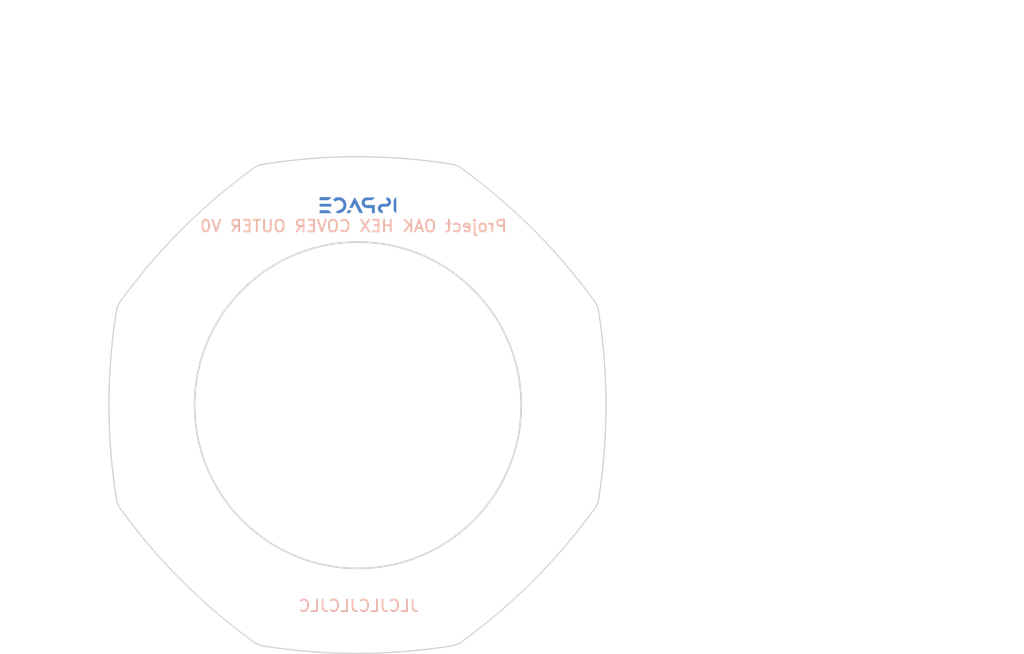
<source format=kicad_pcb>
(kicad_pcb (version 20171130) (host pcbnew "(5.1.6)-1")
  (title_block (title "Project OAK HEX COVER OUTER V0") (date 2025-07-05) (rev A) (company iSPACE))
  (layers (0 F.Cu signal) (31 B.Cu signal) (34 B.Paste user hide) (35 F.Paste user hide) (36 B.SilkS user) (37 F.SilkS user) (38 B.Mask user) (39 F.Mask user) (44 Edge.Cuts user))
  (net 0 "")
  (module LOGO (layer F.Cu) (at 70.4596 93.472)
    (fp_text reference G*** hide)
    (fp_text value LOGO hide)
  )
  (module MountingHole:MountingHole_2.1mm (layer F.Cu) (at 87.63 86.36)
    (fp_text reference REF** hide)
    (fp_text value MountingHole_2.1mm hide)
    (pad "" np_thru_hole circle (at 0 0) (size 2.1 2.1) (drill 2.1) (layers *.Cu *.Mask))
  )
  (module MountingHole:MountingHole_2.1mm (layer F.Cu) (at 87.63 100.584)
    (fp_text reference REF** hide)
    (fp_text value MountingHole_2.1mm hide)
    (pad "" np_thru_hole circle (at 0 0) (size 2.1 2.1) (drill 2.1) (layers *.Cu *.Mask))
  )
  (module MountingHole:MountingHole_2.1mm (layer F.Cu) (at 77.5716 110.6424)
    (fp_text reference REF** hide)
    (fp_text value MountingHole_2.1mm hide)
    (pad "" np_thru_hole circle (at 0 0) (size 2.1 2.1) (drill 2.1) (layers *.Cu *.Mask))
  )
  (module MountingHole:MountingHole_2.1mm (layer F.Cu) (at 63.3476 110.6424)
    (fp_text reference REF** hide)
    (fp_text value MountingHole_2.1mm hide)
    (pad "" np_thru_hole circle (at 0 0) (size 2.1 2.1) (drill 2.1) (layers *.Cu *.Mask))
  )
  (module MountingHole:MountingHole_2.1mm (layer F.Cu) (at 53.2892 100.584)
    (fp_text reference REF** hide)
    (fp_text value MountingHole_2.1mm hide)
    (pad "" np_thru_hole circle (at 0 0) (size 2.1 2.1) (drill 2.1) (layers *.Cu *.Mask))
  )
  (module MountingHole:MountingHole_2.1mm (layer F.Cu) (at 53.2892 86.36)
    (fp_text reference REF** hide)
    (fp_text value MountingHole_2.1mm hide)
    (pad "" np_thru_hole circle (at 0 0) (size 2.1 2.1) (drill 2.1) (layers *.Cu *.Mask))
  )
  (module MountingHole:MountingHole_2.1mm (layer F.Cu) (at 63.3476 76.3016)
    (fp_text reference REF** hide)
    (fp_text value MountingHole_2.1mm hide)
    (pad "" np_thru_hole circle (at 0 0) (size 2.1 2.1) (drill 2.1) (layers *.Cu *.Mask))
  )
  (module MountingHole:MountingHole_2.1mm (layer F.Cu) (at 77.5716 76.3016)
    (fp_text reference REF** hide)
    (fp_text value MountingHole_2.1mm hide)
    (pad "" np_thru_hole circle (at 0 0) (size 2.1 2.1) (drill 2.1) (layers *.Cu *.Mask))
  )
  (module LOGO (layer F.Cu) (at 123.5456 93.98)
    (fp_text reference G*** hide)
    (fp_text value LOGO hide)
  )
  (module LOGO (layer F.Cu) (at 123.5456 93.98)
    (fp_text reference G*** hide)
    (fp_text value LOGO hide)
  )
  (module LOGO (layer F.Cu) (at 123.5456 93.98)
    (fp_text reference G*** hide)
    (fp_text value LOGO hide)
  )
  (module LOGO (layer B.Cu) (at 70.4596 76.3778 180)
    (fp_text reference G*** hide)
    (fp_text value LOGO hide)
  )
  (module LOGO (layer B.Cu) (at 70.4596 76.3778 180)
    (fp_text reference G*** hide)
    (fp_text value LOGO hide)
  )
  (module LOGO (layer B.Cu) (at 70.4596 76.3016 180)
    (fp_text reference G*** hide)
    (fp_text value LOGO hide)
  )
  (module LOGO (layer B.Cu) (at 70.4596 76.3778 180)
    (fp_text reference G*** hide)
    (fp_text value LOGO hide)
  )
  (module LOGO (layer B.Cu) (at 70.4596 76.3778 180)
    (fp_text reference G*** hide)
    (fp_text value LOGO hide)
  )
  (module LOGO (layer B.Cu) (at 70.4596 76.3016 180)
    (fp_text reference G*** hide)
    (fp_text value LOGO hide)
    (fp_poly (pts (xy 3.280833 0.423334) (xy 2.529417 0.424984) (xy 2.40742 0.535284) (xy 2.349687 0.589418) (xy 2.306789 0.633333) (xy 2.286411 0.659062) (xy 2.285712 0.661459) (xy 2.305987 0.665928) (xy 2.362745 0.669911) (xy 2.450135 0.67322) (xy 2.562307 0.675669) (xy 2.693412 0.677072) (xy 2.783417 0.677334) (xy 3.280833 0.677334) (xy 3.280833 0.423334)) (layer B.Cu) (width 0.01))
    (fp_poly (pts (xy 3.280833 -0.127) (xy 2.286 -0.127) (xy 2.286 0.105834) (xy 3.280833 0.105834) (xy 3.280833 -0.127)) (layer B.Cu) (width 0.01))
    (fp_poly (pts (xy 0.899227 -0.549629) (xy 0.928497 -0.609261) (xy 0.947847 -0.652264) (xy 0.9525 -0.666046) (xy 0.933212 -0.671857) (xy 0.882849 -0.675932) (xy 0.81828 -0.677333) (xy 0.684061 -0.677333) (xy 0.62778 -0.573927) (xy 0.596808 -0.514859) (xy 0.576367 -0.471729) (xy 0.5715 -0.45751) (xy 0.590807 -0.450876) (xy 0.641313 -0.446189) (xy 0.708727 -0.4445) (xy 0.845953 -0.4445) (xy 0.899227 -0.549629)) (layer B.Cu) (width 0.01))
    (fp_poly (pts (xy 0.281861 0.633073) (xy 0.312312 0.583928) (xy 0.355983 0.50723) (xy 0.409992 0.408121) (xy 0.471459 0.291744) (xy 0.513113 0.211101) (xy 0.740475 -0.232833) (xy 0.453934 -0.232833) (xy 0.271564 0.134887) (xy 0.066208 -0.265931) (xy -0.139148 -0.66675) (xy -0.427838 -0.67937) (xy -0.089283 -0.017681) (xy -0.010004 0.136438) (xy 0.063708 0.278145) (xy 0.129541 0.403123) (xy 0.185188 0.507054) (xy 0.228338 0.585619) (xy 0.256684 0.6345) (xy 0.267511 0.649521) (xy 0.281861 0.633073)) (layer B.Cu) (width 0.01))
    (fp_poly (pts (xy 3.280833 -0.6985) (xy 2.783417 -0.6985) (xy 2.617896 -0.697992) (xy 2.490734 -0.696327) (xy 2.397967 -0.693295) (xy 2.335632 -0.688685) (xy 2.299765 -0.682286) (xy 2.286401 -0.673887) (xy 2.286079 -0.672041) (xy 2.30158 -0.646808) (xy 2.342464 -0.604411) (xy 2.400426 -0.553322) (xy 2.410564 -0.545041) (xy 2.534971 -0.4445) (xy 3.280833 -0.4445) (xy 3.280833 -0.6985)) (layer B.Cu) (width 0.01))
    (fp_poly (pts (xy 1.745571 0.665007) (xy 1.813035 0.657643) (xy 1.868548 0.641462) (xy 1.927266 0.613264) (xy 1.941576 0.605432) (xy 2.008506 0.565021) (xy 2.064243 0.525573) (xy 2.088539 0.503998) (xy 2.106904 0.47969) (xy 2.107299 0.457236) (xy 2.085546 0.42629) (xy 2.037464 0.376504) (xy 1.948664 0.287704) (xy 1.900374 0.332942) (xy 1.808648 0.391714) (xy 1.698084 0.420836) (xy 1.581166 0.419137) (xy 1.470381 0.385443) (xy 1.450797 0.375181) (xy 1.347679 0.294588) (xy 1.27616 0.192206) (xy 1.237519 0.07579) (xy 1.233037 -0.046904) (xy 1.263994 -0.16812) (xy 1.33167 -0.280104) (xy 1.340851 -0.290888) (xy 1.406324 -0.350138) (xy 1.486121 -0.400961) (xy 1.564999 -0.434845) (xy 1.61512 -0.444035) (xy 1.651056 -0.455103) (xy 1.704523 -0.483157) (xy 1.76552 -0.52134) (xy 1.824043 -0.562798) (xy 1.870092 -0.600675) (xy 1.893663 -0.628113) (xy 1.894211 -0.635333) (xy 1.879919 -0.646728) (xy 1.847254 -0.657433) (xy 1.78863 -0.669266) (xy 1.696464 -0.684051) (xy 1.68275 -0.686116) (xy 1.636459 -0.686633) (xy 1.569906 -0.68045) (xy 1.542172 -0.676397) (xy 1.401283 -0.637579) (xy 1.276537 -0.567115) (xy 1.183074 -0.486193) (xy 1.087205 -0.366948) (xy 1.026693 -0.232912) (xy 0.999489 -0.078339) (xy 0.998513 0.03175) (xy 1.016423 0.182869) (xy 1.058926 0.308223) (xy 1.131001 0.419563) (xy 1.190335 0.484353) (xy 1.292335 0.571976) (xy 1.394768 0.628165) (xy 1.510588 0.658046) (xy 1.651 0.66675) (xy 1.745571 0.665007)) (layer B.Cu) (width 0.01))
    (fp_poly (pts (xy -0.916445 0.654957) (xy -0.794904 0.651561) (xy -0.696156 0.646328) (xy -0.627285 0.639607) (xy -0.599336 0.63374) (xy -0.510758 0.581269) (xy -0.43014 0.499195) (xy -0.368433 0.400144) (xy -0.346235 0.342013) (xy -0.324134 0.20512) (xy -0.342147 0.078179) (xy -0.401241 -0.044957) (xy -0.408668 -0.056153) (xy -0.46055 -0.124142) (xy -0.515534 -0.173981) (xy -0.581399 -0.20859) (xy -0.665926 -0.230891) (xy -0.776897 -0.243804) (xy -0.922091 -0.250249) (xy -0.926042 -0.250348) (xy -1.2065 -0.257279) (xy -1.2065 -0.6985) (xy -1.439333 -0.6985) (xy -1.439333 0) (xy -0.695244 0) (xy -0.633372 0.061872) (xy -0.58812 0.120779) (xy -0.572548 0.185754) (xy -0.572173 0.204747) (xy -0.581734 0.279257) (xy -0.614771 0.335758) (xy -0.676752 0.387264) (xy -0.70935 0.403746) (xy -0.755668 0.414541) (xy -0.824087 0.420666) (xy -0.922992 0.423139) (xy -0.973808 0.423334) (xy -1.21853 0.423334) (xy -1.3335 0.53975) (xy -1.448471 0.656167) (xy -1.053697 0.656167) (xy -0.916445 0.654957)) (layer B.Cu) (width 0.01))
    (fp_poly (pts (xy -2.461962 0.654316) (xy -2.442655 0.641816) (xy -2.435326 0.608244) (xy -2.434167 0.543181) (xy -2.434167 0.53975) (xy -2.436869 0.470074) (xy -2.446549 0.434077) (xy -2.465567 0.423357) (xy -2.466879 0.423334) (xy -2.512004 0.405685) (xy -2.558075 0.362427) (xy -2.592589 0.308086) (xy -2.6035 0.264584) (xy -2.588825 0.211807) (xy -2.553334 0.159609) (xy -2.551546 0.157788) (xy -2.526299 0.135165) (xy -2.4986 0.120248) (xy -2.459462 0.111418) (xy -2.399895 0.107058) (xy -2.310914 0.105547) (xy -2.260504 0.105369) (xy -2.115805 0.100891) (xy -2.004761 0.086305) (xy -1.919349 0.058925) (xy -1.851545 0.016065) (xy -1.793326 -0.044961) (xy -1.786968 -0.053153) (xy -1.737039 -0.150338) (xy -1.714993 -0.265518) (xy -1.721929 -0.383906) (xy -1.755012 -0.483262) (xy -1.823728 -0.575141) (xy -1.920097 -0.646479) (xy -2.030861 -0.68762) (xy -2.037292 -0.688849) (xy -2.116667 -0.703211) (xy -2.116209 -0.579147) (xy -2.114481 -0.508818) (xy -2.106177 -0.467954) (xy -2.085621 -0.443695) (xy -2.047461 -0.423333) (xy -1.982443 -0.375893) (xy -1.953808 -0.3151) (xy -1.963871 -0.248256) (xy -1.982182 -0.217419) (xy -2.012482 -0.183008) (xy -2.048573 -0.159009) (xy -2.098417 -0.143498) (xy -2.169972 -0.134552) (xy -2.271198 -0.130247) (xy -2.347641 -0.129109) (xy -2.452168 -0.126921) (xy -2.52563 -0.121432) (xy -2.579275 -0.110706) (xy -2.624349 -0.092802) (xy -2.654785 -0.076158) (xy -2.748851 0.001861) (xy -2.809438 0.105054) (xy -2.835387 0.231255) (xy -2.836333 0.263225) (xy -2.825736 0.376581) (xy -2.790067 0.466306) (xy -2.723508 0.54647) (xy -2.716515 0.553039) (xy -2.634002 0.617734) (xy -2.557461 0.649909) (xy -2.499058 0.656167) (xy -2.461962 0.654316)) (layer B.Cu) (width 0.01))
    (fp_poly (pts (xy -3.175 0.5715) (xy -3.070514 0.455084) (xy -3.071 -0.47625) (xy -3.175683 -0.592666) (xy -3.280366 -0.709083) (xy -3.279486 0.687917) (xy -3.175 0.5715)) (layer B.Cu) (width 0.01))
  )
  (module LOGO (layer B.Cu) (at 70.4596 76.3778 180)
    (fp_text reference G*** hide)
    (fp_text value LOGO hide)
  )
  (gr_circle (center 70.4596 93.472) (end 84.4596 93.472) (layer Edge.Cuts) (width 0.15))
  (gr_text JLCJLCJLCJLC (at 70.5231 110.6805) (layer B.SilkS) (effects (font (size 1 1)) (justify mirror)))
  (gr_text "Project OAK HEX COVER OUTER V0" (at 70.0786 78.105) (layer B.SilkS) (effects (font (size 1 1) (thickness 0.16)) (justify mirror)))
  (gr_line (start 70.406467 72.153422) (end 69.888943 72.156411) (layer Edge.Cuts) (width 0.1))
  (gr_line (start 69.888943 72.156411) (end 69.371472 72.164666) (layer Edge.Cuts) (width 0.1))
  (gr_line (start 69.371472 72.164666) (end 68.854053 72.178134) (layer Edge.Cuts) (width 0.1))
  (gr_line (start 68.854053 72.178134) (end 68.33674 72.196866) (layer Edge.Cuts) (width 0.1))
  (gr_line (start 68.33674 72.196866) (end 67.819586 72.220837) (layer Edge.Cuts) (width 0.1))
  (gr_line (start 67.819586 72.220837) (end 67.302644 72.250047) (layer Edge.Cuts) (width 0.1))
  (gr_line (start 67.302644 72.250047) (end 66.78594 72.284496) (layer Edge.Cuts) (width 0.1))
  (gr_line (start 66.78594 72.284496) (end 66.2695 72.324184) (layer Edge.Cuts) (width 0.1))
  (gr_line (start 66.2695 72.324184) (end 65.753405 72.36911) (layer Edge.Cuts) (width 0.1))
  (gr_line (start 65.753405 72.36911) (end 65.237653 72.419275) (layer Edge.Cuts) (width 0.1))
  (gr_line (start 65.237653 72.419275) (end 64.722325 72.474705) (layer Edge.Cuts) (width 0.1))
  (gr_line (start 64.722325 72.474705) (end 64.20742 72.535347) (layer Edge.Cuts) (width 0.1))
  (gr_line (start 64.20742 72.535347) (end 63.693044 72.601255) (layer Edge.Cuts) (width 0.1))
  (gr_line (start 63.693044 72.601255) (end 63.179171 72.672375) (layer Edge.Cuts) (width 0.1))
  (gr_line (start 63.179171 72.672375) (end 62.665906 72.74876) (layer Edge.Cuts) (width 0.1))
  (gr_line (start 62.665906 72.74876) (end 62.153224 72.830384) (layer Edge.Cuts) (width 0.1))
  (gr_line (start 62.153224 72.830384) (end 62.133089 72.831416) (layer Edge.Cuts) (width 0.1))
  (gr_line (start 62.133089 72.831416) (end 62.109832 72.839168) (layer Edge.Cuts) (width 0.1))
  (gr_line (start 62.109832 72.839168) (end 61.687637 73.014851) (layer Edge.Cuts) (width 0.1))
  (gr_line (start 61.687637 73.014851) (end 61.660227 73.032949) (layer Edge.Cuts) (width 0.1))
  (gr_line (start 61.660227 73.032949) (end 61.658163 73.03451) (layer Edge.Cuts) (width 0.1))
  (gr_line (start 61.658163 73.03451) (end 61.238031 73.340129) (layer Edge.Cuts) (width 0.1))
  (gr_line (start 61.238031 73.340129) (end 60.821154 73.64985) (layer Edge.Cuts) (width 0.1))
  (gr_line (start 60.821154 73.64985) (end 60.407611 73.963699) (layer Edge.Cuts) (width 0.1))
  (gr_line (start 60.407611 73.963699) (end 59.997375 74.281622) (layer Edge.Cuts) (width 0.1))
  (gr_line (start 59.997375 74.281622) (end 59.590526 74.603593) (layer Edge.Cuts) (width 0.1))
  (gr_line (start 59.590526 74.603593) (end 59.18709 74.929585) (layer Edge.Cuts) (width 0.1))
  (gr_line (start 59.18709 74.929585) (end 58.787067 75.259547) (layer Edge.Cuts) (width 0.1))
  (gr_line (start 58.787067 75.259547) (end 58.390483 75.593503) (layer Edge.Cuts) (width 0.1))
  (gr_line (start 58.390483 75.593503) (end 57.997419 75.931376) (layer Edge.Cuts) (width 0.1))
  (gr_line (start 57.997419 75.931376) (end 57.607847 76.273164) (layer Edge.Cuts) (width 0.1))
  (gr_line (start 57.607847 76.273164) (end 57.22182 76.618815) (layer Edge.Cuts) (width 0.1))
  (gr_line (start 57.22182 76.618815) (end 56.839366 76.96833) (layer Edge.Cuts) (width 0.1))
  (gr_line (start 56.839366 76.96833) (end 56.460509 77.321654) (layer Edge.Cuts) (width 0.1))
  (gr_line (start 56.460509 77.321654) (end 56.085277 77.678788) (layer Edge.Cuts) (width 0.1))
  (gr_line (start 56.085277 77.678788) (end 55.713697 78.039679) (layer Edge.Cuts) (width 0.1))
  (gr_line (start 55.713697 78.039679) (end 55.345821 78.404301) (layer Edge.Cuts) (width 0.1))
  (gr_line (start 55.345821 78.404301) (end 54.981649 78.772627) (layer Edge.Cuts) (width 0.1))
  (gr_line (start 54.981649 78.772627) (end 54.621234 79.144657) (layer Edge.Cuts) (width 0.1))
  (gr_line (start 54.621234 79.144657) (end 54.264576 79.520338) (layer Edge.Cuts) (width 0.1))
  (gr_line (start 54.264576 79.520338) (end 53.911728 79.899618) (layer Edge.Cuts) (width 0.1))
  (gr_line (start 53.911728 79.899618) (end 53.56269 80.282523) (layer Edge.Cuts) (width 0.1))
  (gr_line (start 53.56269 80.282523) (end 53.217542 80.668973) (layer Edge.Cuts) (width 0.1))
  (gr_line (start 53.217542 80.668973) (end 52.876256 81.058994) (layer Edge.Cuts) (width 0.1))
  (gr_line (start 52.876256 81.058994) (end 52.538886 81.452509) (layer Edge.Cuts) (width 0.1))
  (gr_line (start 52.538886 81.452509) (end 52.205485 81.849489) (layer Edge.Cuts) (width 0.1))
  (gr_line (start 52.205485 81.849489) (end 51.876053 82.249962) (layer Edge.Cuts) (width 0.1))
  (gr_line (start 51.876053 82.249962) (end 51.550611 82.653848) (layer Edge.Cuts) (width 0.1))
  (gr_line (start 51.550611 82.653848) (end 51.229206 83.06112) (layer Edge.Cuts) (width 0.1))
  (gr_line (start 51.229206 83.06112) (end 50.911862 83.47178) (layer Edge.Cuts) (width 0.1))
  (gr_line (start 50.911862 83.47178) (end 50.598607 83.885773) (layer Edge.Cuts) (width 0.1))
  (gr_line (start 50.598607 83.885773) (end 50.28947 84.3031) (layer Edge.Cuts) (width 0.1))
  (gr_line (start 50.28947 84.3031) (end 49.98448 84.723681) (layer Edge.Cuts) (width 0.1))
  (gr_line (start 49.98448 84.723681) (end 49.980864 84.729369) (layer Edge.Cuts) (width 0.1))
  (gr_line (start 49.980864 84.729369) (end 49.964843 84.755219) (layer Edge.Cuts) (width 0.1))
  (gr_line (start 49.964843 84.755219) (end 49.79121 85.176885) (layer Edge.Cuts) (width 0.1))
  (gr_line (start 49.79121 85.176885) (end 49.784493 85.210487) (layer Edge.Cuts) (width 0.1))
  (gr_line (start 49.784493 85.210487) (end 49.783458 85.214085) (layer Edge.Cuts) (width 0.1))
  (gr_line (start 49.783458 85.214085) (end 49.702467 85.727297) (layer Edge.Cuts) (width 0.1))
  (gr_line (start 49.702467 85.727297) (end 49.626722 86.241064) (layer Edge.Cuts) (width 0.1))
  (gr_line (start 49.626722 86.241064) (end 49.556226 86.755414) (layer Edge.Cuts) (width 0.1))
  (gr_line (start 49.556226 86.755414) (end 49.49098 87.270266) (layer Edge.Cuts) (width 0.1))
  (gr_line (start 49.49098 87.270266) (end 49.430981 87.78562) (layer Edge.Cuts) (width 0.1))
  (gr_line (start 49.430981 87.78562) (end 49.376233 88.301372) (layer Edge.Cuts) (width 0.1))
  (gr_line (start 49.376233 88.301372) (end 49.326731 88.817547) (layer Edge.Cuts) (width 0.1))
  (gr_line (start 49.326731 88.817547) (end 49.282479 89.334066) (layer Edge.Cuts) (width 0.1))
  (gr_line (start 49.282479 89.334066) (end 49.243476 89.850902) (layer Edge.Cuts) (width 0.1))
  (gr_line (start 49.243476 89.850902) (end 49.209723 90.36803) (layer Edge.Cuts) (width 0.1))
  (gr_line (start 49.209723 90.36803) (end 49.181218 90.885369) (layer Edge.Cuts) (width 0.1))
  (gr_line (start 49.181218 90.885369) (end 49.157963 91.40292) (layer Edge.Cuts) (width 0.1))
  (gr_line (start 49.157963 91.40292) (end 49.139957 91.920629) (layer Edge.Cuts) (width 0.1))
  (gr_line (start 49.139957 91.920629) (end 49.1272 92.438445) (layer Edge.Cuts) (width 0.1))
  (gr_line (start 49.1272 92.438445) (end 49.119694 92.95626) (layer Edge.Cuts) (width 0.1))
  (gr_line (start 49.119694 92.95626) (end 49.117436 93.474314) (layer Edge.Cuts) (width 0.1))
  (gr_line (start 49.117436 93.474314) (end 49.120429 93.992103) (layer Edge.Cuts) (width 0.1))
  (gr_line (start 49.120429 93.992103) (end 49.128671 94.510156) (layer Edge.Cuts) (width 0.1))
  (gr_line (start 49.128671 94.510156) (end 49.142163 95.027945) (layer Edge.Cuts) (width 0.1))
  (gr_line (start 49.142163 95.027945) (end 49.160905 95.545469) (layer Edge.Cuts) (width 0.1))
  (gr_line (start 49.160905 95.545469) (end 49.184897 96.062994) (layer Edge.Cuts) (width 0.1))
  (gr_line (start 49.184897 96.062994) (end 49.21414 96.580518) (layer Edge.Cuts) (width 0.1))
  (gr_line (start 49.21414 96.580518) (end 49.248632 97.097513) (layer Edge.Cuts) (width 0.1))
  (gr_line (start 49.248632 97.097513) (end 49.288375 97.614244) (layer Edge.Cuts) (width 0.1))
  (gr_line (start 49.288375 97.614244) (end 49.333369 98.13071) (layer Edge.Cuts) (width 0.1))
  (gr_line (start 49.333369 98.13071) (end 49.383612 98.646911) (layer Edge.Cuts) (width 0.1))
  (gr_line (start 49.383612 98.646911) (end 49.439109 99.162584) (layer Edge.Cuts) (width 0.1))
  (gr_line (start 49.439109 99.162584) (end 49.499854 99.677727) (layer Edge.Cuts) (width 0.1))
  (gr_line (start 49.499854 99.677727) (end 49.565849 100.192605) (layer Edge.Cuts) (width 0.1))
  (gr_line (start 49.565849 100.192605) (end 49.637096 100.70669) (layer Edge.Cuts) (width 0.1))
  (gr_line (start 49.637096 100.70669) (end 49.713595 101.22051) (layer Edge.Cuts) (width 0.1))
  (gr_line (start 49.713595 101.22051) (end 49.795343 101.733537) (layer Edge.Cuts) (width 0.1))
  (gr_line (start 49.795343 101.733537) (end 49.803095 101.768726) (layer Edge.Cuts) (width 0.1))
  (gr_line (start 49.803095 101.768726) (end 49.978794 102.188884) (layer Edge.Cuts) (width 0.1))
  (gr_line (start 49.978794 102.188884) (end 49.993265 102.21349) (layer Edge.Cuts) (width 0.1))
  (gr_line (start 49.993265 102.21349) (end 49.998432 102.221692) (layer Edge.Cuts) (width 0.1))
  (gr_line (start 49.998432 102.221692) (end 50.304041 102.64185) (layer Edge.Cuts) (width 0.1))
  (gr_line (start 50.304041 102.64185) (end 50.61378 103.058833) (layer Edge.Cuts) (width 0.1))
  (gr_line (start 50.61378 103.058833) (end 50.927626 103.472376) (layer Edge.Cuts) (width 0.1))
  (gr_line (start 50.927626 103.472376) (end 51.245546 103.88248) (layer Edge.Cuts) (width 0.1))
  (gr_line (start 51.245546 103.88248) (end 51.567512 104.289408) (layer Edge.Cuts) (width 0.1))
  (gr_line (start 51.567512 104.289408) (end 51.893489 104.692897) (layer Edge.Cuts) (width 0.1))
  (gr_line (start 51.893489 104.692897) (end 52.223477 105.092947) (layer Edge.Cuts) (width 0.1))
  (gr_line (start 52.223477 105.092947) (end 52.557407 105.489557) (layer Edge.Cuts) (width 0.1))
  (gr_line (start 52.557407 105.489557) (end 52.895306 105.882463) (layer Edge.Cuts) (width 0.1))
  (gr_line (start 52.895306 105.882463) (end 53.237068 106.272193) (layer Edge.Cuts) (width 0.1))
  (gr_line (start 53.237068 106.272193) (end 53.582746 106.65822) (layer Edge.Cuts) (width 0.1))
  (gr_line (start 53.582746 106.65822) (end 53.93226 107.040542) (layer Edge.Cuts) (width 0.1))
  (gr_line (start 53.93226 107.040542) (end 54.285584 107.419425) (layer Edge.Cuts) (width 0.1))
  (gr_line (start 54.285584 107.419425) (end 54.642718 107.794604) (layer Edge.Cuts) (width 0.1))
  (gr_line (start 54.642718 107.794604) (end 55.003609 108.166343) (layer Edge.Cuts) (width 0.1))
  (gr_line (start 55.003609 108.166343) (end 55.368231 108.534113) (layer Edge.Cuts) (width 0.1))
  (gr_line (start 55.368231 108.534113) (end 55.736584 108.89818) (layer Edge.Cuts) (width 0.1))
  (gr_line (start 55.736584 108.89818) (end 56.108587 109.258806) (layer Edge.Cuts) (width 0.1))
  (gr_line (start 56.108587 109.258806) (end 56.484269 109.615464) (layer Edge.Cuts) (width 0.1))
  (gr_line (start 56.484269 109.615464) (end 56.863575 109.968153) (layer Edge.Cuts) (width 0.1))
  (gr_line (start 56.863575 109.968153) (end 57.246453 110.317138) (layer Edge.Cuts) (width 0.1))
  (gr_line (start 57.246453 110.317138) (end 57.632929 110.662419) (layer Edge.Cuts) (width 0.1))
  (gr_line (start 57.632929 110.662419) (end 58.022925 111.003731) (layer Edge.Cuts) (width 0.1))
  (gr_line (start 58.022925 111.003731) (end 58.416439 111.341074) (layer Edge.Cuts) (width 0.1))
  (gr_line (start 58.416439 111.341074) (end 58.813446 111.674449) (layer Edge.Cuts) (width 0.1))
  (gr_line (start 58.813446 111.674449) (end 59.213892 112.003855) (layer Edge.Cuts) (width 0.1))
  (gr_line (start 59.213892 112.003855) (end 59.617778 112.329292) (layer Edge.Cuts) (width 0.1))
  (gr_line (start 59.617778 112.329292) (end 60.025077 112.65076) (layer Edge.Cuts) (width 0.1))
  (gr_line (start 60.025077 112.65076) (end 60.43571 112.967995) (layer Edge.Cuts) (width 0.1))
  (gr_line (start 60.43571 112.967995) (end 60.849729 113.281262) (layer Edge.Cuts) (width 0.1))
  (gr_line (start 60.849729 113.281262) (end 61.26703 113.590559) (layer Edge.Cuts) (width 0.1))
  (gr_line (start 61.26703 113.590559) (end 61.687637 113.895359) (layer Edge.Cuts) (width 0.1))
  (gr_line (start 61.687637 113.895359) (end 61.713461 113.908852) (layer Edge.Cuts) (width 0.1))
  (gr_line (start 61.713461 113.908852) (end 61.714492 113.909382) (layer Edge.Cuts) (width 0.1))
  (gr_line (start 61.714492 113.909382) (end 61.719149 113.911498) (layer Edge.Cuts) (width 0.1))
  (gr_line (start 61.719149 113.911498) (end 62.140815 114.087181) (layer Edge.Cuts) (width 0.1))
  (gr_line (start 62.140815 114.087181) (end 62.167194 114.09459) (layer Edge.Cuts) (width 0.1))
  (gr_line (start 62.167194 114.09459) (end 62.168226 114.09459) (layer Edge.Cuts) (width 0.1))
  (gr_line (start 62.168226 114.09459) (end 62.178042 114.097236) (layer Edge.Cuts) (width 0.1))
  (gr_line (start 62.178042 114.097236) (end 62.691227 114.178198) (layer Edge.Cuts) (width 0.1))
  (gr_line (start 62.691227 114.178198) (end 63.205021 114.253869) (layer Edge.Cuts) (width 0.1))
  (gr_line (start 63.205021 114.253869) (end 63.719344 114.324512) (layer Edge.Cuts) (width 0.1))
  (gr_line (start 63.719344 114.324512) (end 64.234222 114.3896) (layer Edge.Cuts) (width 0.1))
  (gr_line (start 64.234222 114.3896) (end 64.749551 114.44966) (layer Edge.Cuts) (width 0.1))
  (gr_line (start 64.749551 114.44966) (end 65.265329 114.504429) (layer Edge.Cuts) (width 0.1))
  (gr_line (start 65.265329 114.504429) (end 65.781477 114.553906) (layer Edge.Cuts) (width 0.1))
  (gr_line (start 65.781477 114.553906) (end 66.297996 114.598091) (layer Edge.Cuts) (width 0.1))
  (gr_line (start 66.297996 114.598091) (end 66.814859 114.637249) (layer Edge.Cuts) (width 0.1))
  (gr_line (start 66.814859 114.637249) (end 67.33196 114.670851) (layer Edge.Cuts) (width 0.1))
  (gr_line (start 67.33196 114.670851) (end 67.849326 114.699426) (layer Edge.Cuts) (width 0.1))
  (gr_line (start 67.849326 114.699426) (end 68.366876 114.72271) (layer Edge.Cuts) (width 0.1))
  (gr_line (start 68.366876 114.72271) (end 68.884559 114.740701) (layer Edge.Cuts) (width 0.1))
  (gr_line (start 68.884559 114.740701) (end 69.402401 114.753401) (layer Edge.Cuts) (width 0.1))
  (gr_line (start 69.402401 114.753401) (end 69.920296 114.76081) (layer Edge.Cuts) (width 0.1))
  (gr_line (start 69.920296 114.76081) (end 70.438217 114.763191) (layer Edge.Cuts) (width 0.1))
  (gr_line (start 70.438217 114.763191) (end 70.956165 114.760281) (layer Edge.Cuts) (width 0.1))
  (gr_line (start 70.956165 114.760281) (end 71.474033 114.752078) (layer Edge.Cuts) (width 0.1))
  (gr_line (start 71.474033 114.752078) (end 71.991849 114.738585) (layer Edge.Cuts) (width 0.1))
  (gr_line (start 71.991849 114.738585) (end 72.509505 114.719799) (layer Edge.Cuts) (width 0.1))
  (gr_line (start 72.509505 114.719799) (end 73.02703 114.695722) (layer Edge.Cuts) (width 0.1))
  (gr_line (start 73.02703 114.695722) (end 73.544342 114.666618) (layer Edge.Cuts) (width 0.1))
  (gr_line (start 73.544342 114.666618) (end 74.061417 114.631958) (layer Edge.Cuts) (width 0.1))
  (gr_line (start 74.061417 114.631958) (end 74.5782 114.59227) (layer Edge.Cuts) (width 0.1))
  (gr_line (start 74.5782 114.59227) (end 75.09464 114.547291) (layer Edge.Cuts) (width 0.1))
  (gr_line (start 75.09464 114.547291) (end 75.610762 114.49702) (layer Edge.Cuts) (width 0.1))
  (gr_line (start 75.610762 114.49702) (end 76.126434 114.441458) (layer Edge.Cuts) (width 0.1))
  (gr_line (start 76.126434 114.441458) (end 76.641577 114.380868) (layer Edge.Cuts) (width 0.1))
  (gr_line (start 76.641577 114.380868) (end 77.156456 114.314723) (layer Edge.Cuts) (width 0.1))
  (gr_line (start 77.156456 114.314723) (end 77.670805 114.24355) (layer Edge.Cuts) (width 0.1))
  (gr_line (start 77.670805 114.24355) (end 78.184361 114.167085) (layer Edge.Cuts) (width 0.1))
  (gr_line (start 78.184361 114.167085) (end 78.697387 114.085329) (layer Edge.Cuts) (width 0.1))
  (gr_line (start 78.697387 114.085329) (end 78.711939 114.081625) (layer Edge.Cuts) (width 0.1))
  (gr_line (start 78.711939 114.081625) (end 78.712469 114.081625) (layer Edge.Cuts) (width 0.1))
  (gr_line (start 78.712469 114.081625) (end 78.732577 114.07554) (layer Edge.Cuts) (width 0.1))
  (gr_line (start 78.732577 114.07554) (end 79.154322 113.899857) (layer Edge.Cuts) (width 0.1))
  (gr_line (start 79.154322 113.899857) (end 79.16517 113.894565) (layer Edge.Cuts) (width 0.1))
  (gr_line (start 79.16517 113.894565) (end 79.166758 113.893507) (layer Edge.Cuts) (width 0.1))
  (gr_line (start 79.166758 113.893507) (end 79.187924 113.88213) (layer Edge.Cuts) (width 0.1))
  (gr_line (start 79.187924 113.88213) (end 79.608082 113.576536) (layer Edge.Cuts) (width 0.1))
  (gr_line (start 79.608082 113.576536) (end 80.0248 113.266709) (layer Edge.Cuts) (width 0.1))
  (gr_line (start 80.0248 113.266709) (end 80.438343 112.952914) (layer Edge.Cuts) (width 0.1))
  (gr_line (start 80.438343 112.952914) (end 80.848712 112.63515) (layer Edge.Cuts) (width 0.1))
  (gr_line (start 80.848712 112.63515) (end 81.255376 112.313152) (layer Edge.Cuts) (width 0.1))
  (gr_line (start 81.255376 112.313152) (end 81.658865 111.987186) (layer Edge.Cuts) (width 0.1))
  (gr_line (start 81.658865 111.987186) (end 82.05865 111.657251) (layer Edge.Cuts) (width 0.1))
  (gr_line (start 82.05865 111.657251) (end 82.45526 111.323083) (layer Edge.Cuts) (width 0.1))
  (gr_line (start 82.45526 111.323083) (end 82.848165 110.98521) (layer Edge.Cuts) (width 0.1))
  (gr_line (start 82.848165 110.98521) (end 83.237632 110.643634) (layer Edge.Cuts) (width 0.1))
  (gr_line (start 83.237632 110.643634) (end 83.623658 110.297824) (layer Edge.Cuts) (width 0.1))
  (gr_line (start 83.623658 110.297824) (end 84.005981 109.948309) (layer Edge.Cuts) (width 0.1))
  (gr_line (start 84.005981 109.948309) (end 84.384864 109.595091) (layer Edge.Cuts) (width 0.1))
  (gr_line (start 84.384864 109.595091) (end 84.760042 109.237904) (layer Edge.Cuts) (width 0.1))
  (gr_line (start 84.760042 109.237904) (end 85.131517 108.877013) (layer Edge.Cuts) (width 0.1))
  (gr_line (start 85.131517 108.877013) (end 85.499287 108.512418) (layer Edge.Cuts) (width 0.1))
  (gr_line (start 85.499287 108.512418) (end 85.863353 108.144118) (layer Edge.Cuts) (width 0.1))
  (gr_line (start 85.863353 108.144118) (end 86.223715 107.772114) (layer Edge.Cuts) (width 0.1))
  (gr_line (start 86.223715 107.772114) (end 86.580109 107.396406) (layer Edge.Cuts) (width 0.1))
  (gr_line (start 86.580109 107.396406) (end 86.932798 107.016994) (layer Edge.Cuts) (width 0.1))
  (gr_line (start 86.932798 107.016994) (end 87.281783 106.634143) (layer Edge.Cuts) (width 0.1))
  (gr_line (start 87.281783 106.634143) (end 87.626799 106.247587) (layer Edge.Cuts) (width 0.1))
  (gr_line (start 87.626799 106.247587) (end 87.968111 105.857592) (layer Edge.Cuts) (width 0.1))
  (gr_line (start 87.968111 105.857592) (end 88.305454 105.464157) (layer Edge.Cuts) (width 0.1))
  (gr_line (start 88.305454 105.464157) (end 88.638829 105.067282) (layer Edge.Cuts) (width 0.1))
  (gr_line (start 88.638829 105.067282) (end 88.968235 104.666704) (layer Edge.Cuts) (width 0.1))
  (gr_line (start 88.968235 104.666704) (end 89.293407 104.26295) (layer Edge.Cuts) (width 0.1))
  (gr_line (start 89.293407 104.26295) (end 89.614876 103.855492) (layer Edge.Cuts) (width 0.1))
  (gr_line (start 89.614876 103.855492) (end 89.932111 103.444859) (layer Edge.Cuts) (width 0.1))
  (gr_line (start 89.932111 103.444859) (end 90.245377 103.030787) (layer Edge.Cuts) (width 0.1))
  (gr_line (start 90.245377 103.030787) (end 90.55441 102.61354) (layer Edge.Cuts) (width 0.1))
  (gr_line (start 90.55441 102.61354) (end 90.859474 102.193117) (layer Edge.Cuts) (width 0.1))
  (gr_line (start 90.859474 102.193117) (end 90.872439 102.168776) (layer Edge.Cuts) (width 0.1))
  (gr_line (start 90.872439 102.168776) (end 90.877201 102.159515) (layer Edge.Cuts) (width 0.1))
  (gr_line (start 90.877201 102.159515) (end 91.051297 101.73777) (layer Edge.Cuts) (width 0.1))
  (gr_line (start 91.051297 101.73777) (end 91.053413 101.730891) (layer Edge.Cuts) (width 0.1))
  (gr_line (start 91.053413 101.730891) (end 91.062674 101.70258) (layer Edge.Cuts) (width 0.1))
  (gr_line (start 91.062674 101.70258) (end 91.143636 101.189289) (layer Edge.Cuts) (width 0.1))
  (gr_line (start 91.143636 101.189289) (end 91.219307 100.675469) (layer Edge.Cuts) (width 0.1))
  (gr_line (start 91.219307 100.675469) (end 91.289951 100.16112) (layer Edge.Cuts) (width 0.1))
  (gr_line (start 91.289951 100.16112) (end 91.355038 99.646506) (layer Edge.Cuts) (width 0.1))
  (gr_line (start 91.355038 99.646506) (end 91.415098 99.131098) (layer Edge.Cuts) (width 0.1))
  (gr_line (start 91.415098 99.131098) (end 91.469603 98.615161) (layer Edge.Cuts) (width 0.1))
  (gr_line (start 91.469603 98.615161) (end 91.51908 98.099224) (layer Edge.Cuts) (width 0.1))
  (gr_line (start 91.51908 98.099224) (end 91.563265 97.582494) (layer Edge.Cuts) (width 0.1))
  (gr_line (start 91.563265 97.582494) (end 91.602423 97.065763) (layer Edge.Cuts) (width 0.1))
  (gr_line (start 91.602423 97.065763) (end 91.636025 96.548503) (layer Edge.Cuts) (width 0.1))
  (gr_line (start 91.636025 96.548503) (end 91.664336 96.031244) (layer Edge.Cuts) (width 0.1))
  (gr_line (start 91.664336 96.031244) (end 91.687619 95.513719) (layer Edge.Cuts) (width 0.1))
  (gr_line (start 91.687619 95.513719) (end 91.705611 94.99593) (layer Edge.Cuts) (width 0.1))
  (gr_line (start 91.705611 94.99593) (end 91.718311 94.478141) (layer Edge.Cuts) (width 0.1))
  (gr_line (start 91.718311 94.478141) (end 91.725719 93.960353) (layer Edge.Cuts) (width 0.1))
  (gr_line (start 91.725719 93.960353) (end 91.727836 93.442299) (layer Edge.Cuts) (width 0.1))
  (gr_line (start 91.727836 93.442299) (end 91.724925 92.92451) (layer Edge.Cuts) (width 0.1))
  (gr_line (start 91.724925 92.92451) (end 91.716458 92.406536) (layer Edge.Cuts) (width 0.1))
  (gr_line (start 91.716458 92.406536) (end 91.702965 91.888747) (layer Edge.Cuts) (width 0.1))
  (gr_line (start 91.702965 91.888747) (end 91.684179 91.371064) (layer Edge.Cuts) (width 0.1))
  (gr_line (start 91.684179 91.371064) (end 91.660102 90.853566) (layer Edge.Cuts) (width 0.1))
  (gr_line (start 91.660102 90.853566) (end 91.630734 90.336253) (layer Edge.Cuts) (width 0.1))
  (gr_line (start 91.630734 90.336253) (end 91.596338 89.819179) (layer Edge.Cuts) (width 0.1))
  (gr_line (start 91.596338 89.819179) (end 91.556386 89.302395) (layer Edge.Cuts) (width 0.1))
  (gr_line (start 91.556386 89.302395) (end 91.511407 88.785929) (layer Edge.Cuts) (width 0.1))
  (gr_line (start 91.511407 88.785929) (end 91.461136 88.26986) (layer Edge.Cuts) (width 0.1))
  (gr_line (start 91.461136 88.26986) (end 91.405573 87.754161) (layer Edge.Cuts) (width 0.1))
  (gr_line (start 91.405573 87.754161) (end 91.344719 87.238912) (layer Edge.Cuts) (width 0.1))
  (gr_line (start 91.344719 87.238912) (end 91.278838 86.72414) (layer Edge.Cuts) (width 0.1))
  (gr_line (start 91.278838 86.72414) (end 91.207401 86.209923) (layer Edge.Cuts) (width 0.1))
  (gr_line (start 91.207401 86.209923) (end 91.130936 85.696235) (layer Edge.Cuts) (width 0.1))
  (gr_line (start 91.130936 85.696235) (end 91.04918 85.183182) (layer Edge.Cuts) (width 0.1))
  (gr_line (start 91.04918 85.183182) (end 91.045211 85.167148) (layer Edge.Cuts) (width 0.1))
  (gr_line (start 91.045211 85.167148) (end 91.045211 85.166116) (layer Edge.Cuts) (width 0.1))
  (gr_line (start 91.045211 85.166116) (end 91.039391 85.145982) (layer Edge.Cuts) (width 0.1))
  (gr_line (start 91.039391 85.145982) (end 90.863707 84.723786) (layer Edge.Cuts) (width 0.1))
  (gr_line (start 90.863707 84.723786) (end 90.849685 84.70053) (layer Edge.Cuts) (width 0.1))
  (gr_line (start 90.849685 84.70053) (end 90.849155 84.699498) (layer Edge.Cuts) (width 0.1))
  (gr_line (start 90.849155 84.699498) (end 90.846245 84.694841) (layer Edge.Cuts) (width 0.1))
  (gr_line (start 90.846245 84.694841) (end 90.540387 84.274683) (layer Edge.Cuts) (width 0.1))
  (gr_line (start 90.540387 84.274683) (end 90.230825 83.857806) (layer Edge.Cuts) (width 0.1))
  (gr_line (start 90.230825 83.857806) (end 89.917029 83.444237) (layer Edge.Cuts) (width 0.1))
  (gr_line (start 89.917029 83.444237) (end 89.599001 83.034001) (layer Edge.Cuts) (width 0.1))
  (gr_line (start 89.599001 83.034001) (end 89.277003 82.627151) (layer Edge.Cuts) (width 0.1))
  (gr_line (start 89.277003 82.627151) (end 88.951037 82.223715) (layer Edge.Cuts) (width 0.1))
  (gr_line (start 88.951037 82.223715) (end 88.620837 81.823666) (layer Edge.Cuts) (width 0.1))
  (gr_line (start 88.620837 81.823666) (end 88.286934 81.427109) (layer Edge.Cuts) (width 0.1))
  (gr_line (start 88.286934 81.427109) (end 87.949061 81.034018) (layer Edge.Cuts) (width 0.1))
  (gr_line (start 87.949061 81.034018) (end 87.60722 80.644446) (layer Edge.Cuts) (width 0.1))
  (gr_line (start 87.60722 80.644446) (end 87.261674 80.258419) (layer Edge.Cuts) (width 0.1))
  (gr_line (start 87.261674 80.258419) (end 86.91216 79.875964) (layer Edge.Cuts) (width 0.1))
  (gr_line (start 86.91216 79.875964) (end 86.558677 79.497108) (layer Edge.Cuts) (width 0.1))
  (gr_line (start 86.558677 79.497108) (end 86.20149 79.121876) (layer Edge.Cuts) (width 0.1))
  (gr_line (start 86.20149 79.121876) (end 85.840599 78.750296) (layer Edge.Cuts) (width 0.1))
  (gr_line (start 85.840599 78.750296) (end 85.476004 78.38242) (layer Edge.Cuts) (width 0.1))
  (gr_line (start 85.476004 78.38242) (end 85.107704 78.018248) (layer Edge.Cuts) (width 0.1))
  (gr_line (start 85.107704 78.018248) (end 84.735436 77.657833) (layer Edge.Cuts) (width 0.1))
  (gr_line (start 84.735436 77.657833) (end 84.359728 77.301175) (layer Edge.Cuts) (width 0.1))
  (gr_line (start 84.359728 77.301175) (end 83.980581 76.948301) (layer Edge.Cuts) (width 0.1))
  (gr_line (start 83.980581 76.948301) (end 83.597729 76.599289) (layer Edge.Cuts) (width 0.1))
  (gr_line (start 83.597729 76.599289) (end 83.211173 76.254141) (layer Edge.Cuts) (width 0.1))
  (gr_line (start 83.211173 76.254141) (end 82.821178 75.912855) (layer Edge.Cuts) (width 0.1))
  (gr_line (start 82.821178 75.912855) (end 82.427478 75.575485) (layer Edge.Cuts) (width 0.1))
  (gr_line (start 82.427478 75.575485) (end 82.030604 75.242084) (layer Edge.Cuts) (width 0.1))
  (gr_line (start 82.030604 75.242084) (end 81.630025 74.912626) (layer Edge.Cuts) (width 0.1))
  (gr_line (start 81.630025 74.912626) (end 81.226272 74.587188) (layer Edge.Cuts) (width 0.1))
  (gr_line (start 81.226272 74.587188) (end 80.818814 74.265799) (layer Edge.Cuts) (width 0.1))
  (gr_line (start 80.818814 74.265799) (end 80.408181 73.948459) (layer Edge.Cuts) (width 0.1))
  (gr_line (start 80.408181 73.948459) (end 79.994109 73.635192) (layer Edge.Cuts) (width 0.1))
  (gr_line (start 79.994109 73.635192) (end 79.576861 73.326054) (layer Edge.Cuts) (width 0.1))
  (gr_line (start 79.576861 73.326054) (end 79.156174 73.021069) (layer Edge.Cuts) (width 0.1))
  (gr_line (start 79.156174 73.021069) (end 79.145326 73.014348) (layer Edge.Cuts) (width 0.1))
  (gr_line (start 79.145326 73.014348) (end 79.145062 73.013819) (layer Edge.Cuts) (width 0.1))
  (gr_line (start 79.145062 73.013819) (end 79.123366 73.00141) (layer Edge.Cuts) (width 0.1))
  (gr_line (start 79.123366 73.00141) (end 78.701621 72.825701) (layer Edge.Cuts) (width 0.1))
  (gr_line (start 78.701621 72.825701) (end 78.681777 72.820012) (layer Edge.Cuts) (width 0.1))
  (gr_line (start 78.681777 72.820012) (end 78.661139 72.818478) (layer Edge.Cuts) (width 0.1))
  (gr_line (start 78.661139 72.818478) (end 78.660081 72.818478) (layer Edge.Cuts) (width 0.1))
  (gr_line (start 78.660081 72.818478) (end 78.147319 72.737621) (layer Edge.Cuts) (width 0.1))
  (gr_line (start 78.147319 72.737621) (end 77.634028 72.661977) (layer Edge.Cuts) (width 0.1))
  (gr_line (start 77.634028 72.661977) (end 77.119943 72.591571) (layer Edge.Cuts) (width 0.1))
  (gr_line (start 77.119943 72.591571) (end 76.605594 72.526431) (layer Edge.Cuts) (width 0.1))
  (gr_line (start 76.605594 72.526431) (end 76.090716 72.466503) (layer Edge.Cuts) (width 0.1))
  (gr_line (start 76.090716 72.466503) (end 75.575308 72.41184) (layer Edge.Cuts) (width 0.1))
  (gr_line (start 75.575308 72.41184) (end 75.059556 72.362389) (layer Edge.Cuts) (width 0.1))
  (gr_line (start 75.059556 72.362389) (end 74.543434 72.318204) (layer Edge.Cuts) (width 0.1))
  (gr_line (start 74.543434 72.318204) (end 74.027021 72.279257) (layer Edge.Cuts) (width 0.1))
  (gr_line (start 74.027021 72.279257) (end 73.510317 72.245549) (layer Edge.Cuts) (width 0.1))
  (gr_line (start 73.510317 72.245549) (end 72.993375 72.21708) (layer Edge.Cuts) (width 0.1))
  (gr_line (start 72.993375 72.21708) (end 72.476221 72.19385) (layer Edge.Cuts) (width 0.1))
  (gr_line (start 72.476221 72.19385) (end 71.958935 72.175885) (layer Edge.Cuts) (width 0.1))
  (gr_line (start 71.958935 72.175885) (end 71.441516 72.163132) (layer Edge.Cuts) (width 0.1))
  (gr_line (start 71.441516 72.163132) (end 70.924018 72.155644) (layer Edge.Cuts) (width 0.1))
  (gr_line (start 70.924018 72.155644) (end 70.406467 72.153422) (layer Edge.Cuts) (width 0.1))
  (gr_line (start 70.406467 72.153422) (end 70.406467 72.153422) (layer Edge.Cuts) (width 0.1))
  (gr_line (start 70.406467 72.153422) (end 70.406467 72.153422) (layer Edge.Cuts) (width 0.1))
)
</source>
